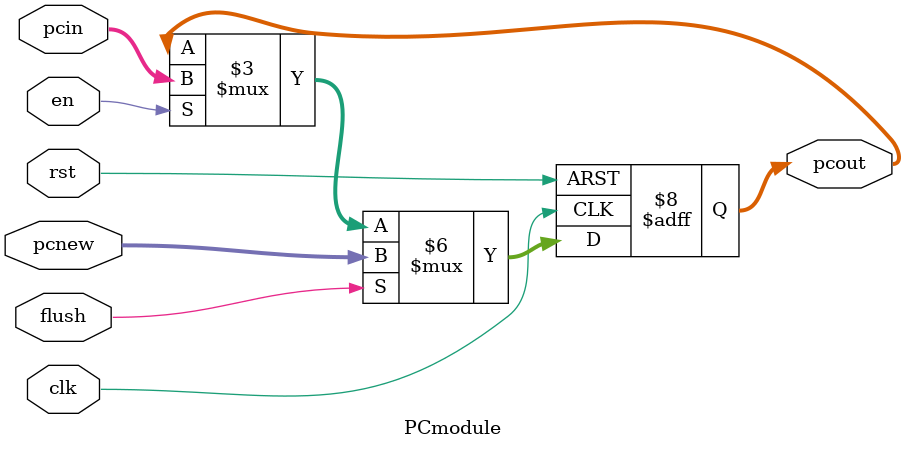
<source format=v>
`timescale 1ns / 1ps


module PCmodule(
	input wire clk,
	input wire rst,
	input wire en,
	input wire flush,
	input wire[31:0] pcin,
	input wire[31:0] pcnew,
	output reg[31:0] pcout
    );
	always @(posedge clk,posedge rst) begin
		if(rst) begin
			pcout <= 32'hbfc00000;
		end else if(flush) begin
            pcout <= pcnew;
        end else if(en) begin
            pcout <= pcin;
		end else begin
		    pcout <= pcout;
		end
	end
endmodule
</source>
